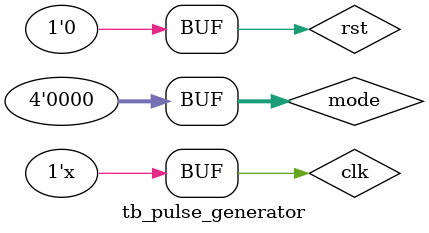
<source format=v>
`timescale 1ns / 1ps

module tb_pulse_generator();
	reg clk;
	reg rst;
	reg [3:0] mode;
    wire pwm;
    wire [15:0] count;
    wire [3:0] maxbitwidth;

	// Instantiate the Unit Under Test (UUT)
	pulse_generator uut (
        .clk(clk), 
		.rst(rst), 
		.mode(mode), 
		.pwm(pwm),
		.count(count),
		.maxbitwidth(maxbitwidth)
	);

	initial begin
		clk = 0;
		rst = 0;
		mode = 0;
		// Wait 100 ns for global reset to finish
		#10;
        mode=15;
        rst=0;
        #300
        mode = 10;
        rst=0;
        #300
        mode=11;
        rst=0;
        #300
        mode=12;
        rst=1;
        #300
        mode=0;
        rst=0;  
	end
always #1 clk=~clk;
    
    
    
endmodule

</source>
